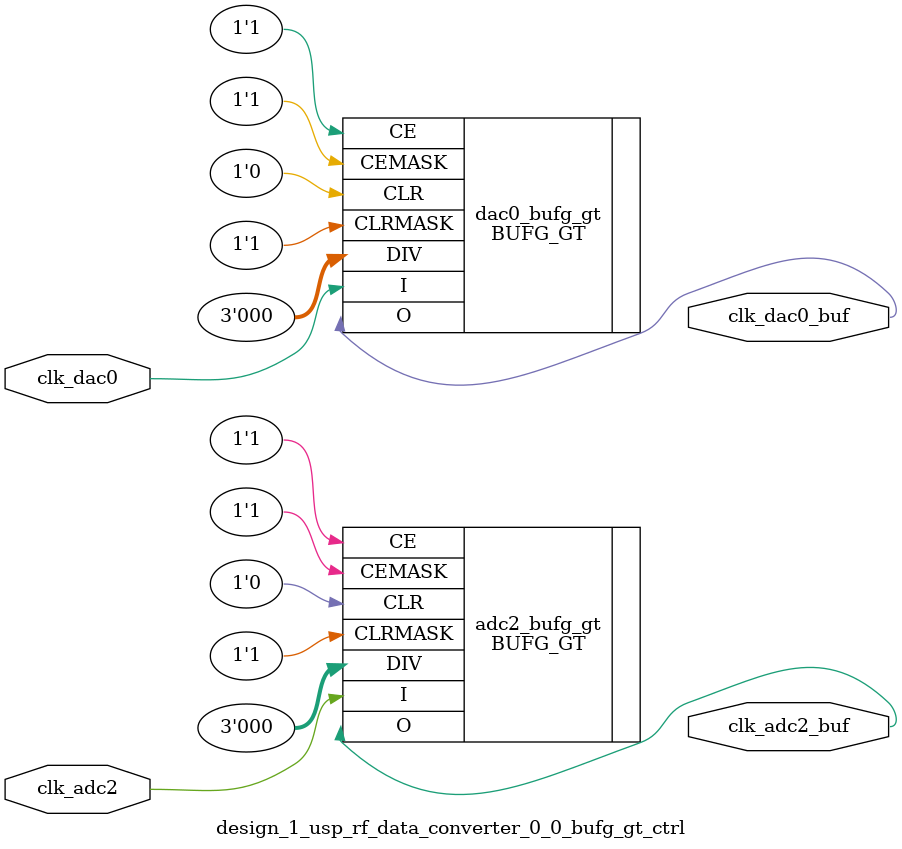
<source format=v>


`timescale 1ns / 1ps

(* DowngradeIPIdentifiedWarnings="yes" *)
module design_1_usp_rf_data_converter_0_0_bufg_gt_ctrl (
  // DAC Fabric Feedback Clock for Tile 0
  input    clk_dac0,
  output   clk_dac0_buf,
      
  // ADC Fabric Feedback Clock for Tile 2
  input    clk_adc2,
  
  output   clk_adc2_buf
    
);

  BUFG_GT dac0_bufg_gt
  (
    .I       (clk_dac0),
    .CE      (1'b1),
    .CEMASK  (1'b1),
    .CLR     (1'b0),
    .CLRMASK (1'b1),
    .DIV     (3'b000),
    .O       (clk_dac0_buf)
  );  

 
  BUFG_GT adc2_bufg_gt
  (
    .I       (clk_adc2),
    .CE      (1'b1),
    .CEMASK  (1'b1),
    .CLR     (1'b0),
    .CLRMASK (1'b1),
    .DIV     (3'b000),
    .O       (clk_adc2_buf)
  );  

endmodule

</source>
